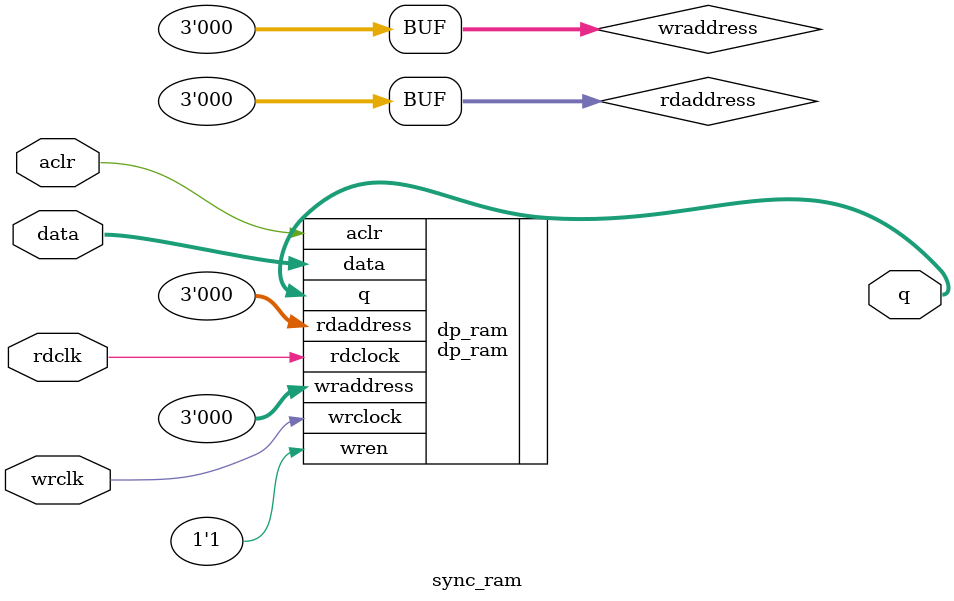
<source format=v>

`timescale 1 ns / 10 ps
module sync_ram(
	aclr,
	data,
	rdclk,
	wrclk,
	q);
parameter data_bits = 32;
	input aclr;
	input	[data_bits-1:0]  data;
	input	  rdclk;
	input	  wrclk;
	output	 [data_bits-1:0]  q;

wire [2:0] wraddress;
wire [2:0] rdaddress;

assign wraddress = 0;	
assign rdaddress = 0;

dp_ram #(.DATA_WIDTH(data_bits), .ADDR_WIDTH(3)) dp_ram
(
	.aclr(aclr),
	.data(data),
	.rdaddress(rdaddress), 
	.wraddress(wraddress),
	.wren(1'b1),
	.rdclock(rdclk), 
	.wrclock(wrclk),
	.q(q)
);

endmodule

</source>
